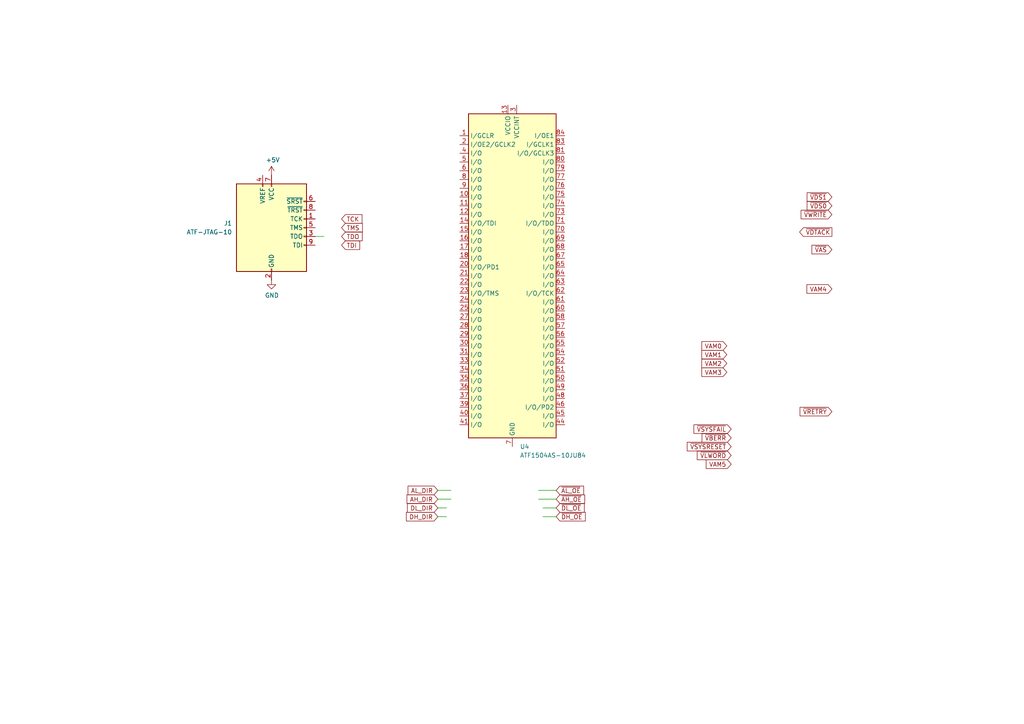
<source format=kicad_sch>
(kicad_sch (version 20230121) (generator eeschema)
  (paper "A4")
  (title_block (title "IVC-k30") (rev "1"))
  (lib_symbols
    (symbol "Computie_CPLDs:ATF1504AS-10JU84"
      (property "Reference" "U" (at -12.7 48.26 0))
      (property "Value" "ATF1504AS-10JU84" (at 22.86 48.26 0))
      (symbol "ATF1504AS-10JU84_0_1"
        (rectangle (start -12.7 46.99) (end 12.7 -46.99) (stroke (width 0.254)) (fill (type background)))
      )
      (symbol "ATF1504AS-10JU84_1_1"
        (pin input line (at -15.24 40.64 0) (length 2.54) (name "I/GCLR") (number "1"))
        (pin bidirectional line (at -15.24 22.86 0) (length 2.54) (name "I/O") (number "10"))
        (pin bidirectional line (at -15.24 20.32 0) (length 2.54) (name "I/O") (number "11"))
        (pin bidirectional line (at -15.24 17.78 0) (length 2.54) (name "I/O") (number "12"))
        (pin power_in line (at -1.27 49.53 270) (length 2.54) (name "VCCIO") (number "13"))
        (pin bidirectional line (at -15.24 15.24 0) (length 2.54) (name "I/O/TDI") (number "14"))
        (pin bidirectional line (at -15.24 12.7 0) (length 2.54) (name "I/O") (number "15"))
        (pin bidirectional line (at -15.24 10.16 0) (length 2.54) (name "I/O") (number "16"))
        (pin bidirectional line (at -15.24 7.62 0) (length 2.54) (name "I/O") (number "17"))
        (pin bidirectional line (at -15.24 5.08 0) (length 2.54) (name "I/O") (number "18"))
        (pin passive line (at 0 -49.53 90) (length 2.54) hide (name "GND") (number "19"))
        (pin input line (at -15.24 38.1 0) (length 2.54) (name "I/OE2/GCLK2") (number "2"))
        (pin bidirectional line (at -15.24 2.54 0) (length 2.54) (name "I/O/PD1") (number "20"))
        (pin bidirectional line (at -15.24 0 0) (length 2.54) (name "I/O") (number "21"))
        (pin bidirectional line (at -15.24 -2.54 0) (length 2.54) (name "I/O") (number "22"))
        (pin bidirectional line (at -15.24 -5.08 0) (length 2.54) (name "I/O/TMS") (number "23"))
        (pin bidirectional line (at -15.24 -7.62 0) (length 2.54) (name "I/O") (number "24"))
        (pin bidirectional line (at -15.24 -10.16 0) (length 2.54) (name "I/O") (number "25"))
        (pin passive line (at -1.27 49.53 270) (length 2.54) hide (name "VCCIO") (number "26"))
        (pin bidirectional line (at -15.24 -12.7 0) (length 2.54) (name "I/O") (number "27"))
        (pin bidirectional line (at -15.24 -15.24 0) (length 2.54) (name "I/O") (number "28"))
        (pin bidirectional line (at -15.24 -17.78 0) (length 2.54) (name "I/O") (number "29"))
        (pin power_in line (at 1.27 49.53 270) (length 2.54) (name "VCCINT") (number "3"))
        (pin bidirectional line (at -15.24 -20.32 0) (length 2.54) (name "I/O") (number "30"))
        (pin bidirectional line (at -15.24 -22.86 0) (length 2.54) (name "I/O") (number "31"))
        (pin passive line (at 0 -49.53 90) (length 2.54) hide (name "GND") (number "32"))
        (pin bidirectional line (at -15.24 -25.4 0) (length 2.54) (name "I/O") (number "33"))
        (pin bidirectional line (at -15.24 -27.94 0) (length 2.54) (name "I/O") (number "34"))
        (pin bidirectional line (at -15.24 -30.48 0) (length 2.54) (name "I/O") (number "35"))
        (pin bidirectional line (at -15.24 -33.02 0) (length 2.54) (name "I/O") (number "36"))
        (pin bidirectional line (at -15.24 -35.56 0) (length 2.54) (name "I/O") (number "37"))
        (pin passive line (at -1.27 49.53 270) (length 2.54) hide (name "VCCIO") (number "38"))
        (pin bidirectional line (at -15.24 -38.1 0) (length 2.54) (name "I/O") (number "39"))
        (pin bidirectional line (at -15.24 35.56 0) (length 2.54) (name "I/O") (number "4"))
        (pin bidirectional line (at -15.24 -40.64 0) (length 2.54) (name "I/O") (number "40"))
        (pin bidirectional line (at -15.24 -43.18 0) (length 2.54) (name "I/O") (number "41"))
        (pin passive line (at 0 -49.53 90) (length 2.54) hide (name "GND") (number "42"))
        (pin passive line (at 1.27 49.53 270) (length 2.54) hide (name "VCCINT") (number "43"))
        (pin bidirectional line (at 15.24 -43.18 180) (length 2.54) (name "I/O") (number "44"))
        (pin bidirectional line (at 15.24 -40.64 180) (length 2.54) (name "I/O") (number "45"))
        (pin bidirectional line (at 15.24 -38.1 180) (length 2.54) (name "I/O/PD2") (number "46"))
        (pin passive line (at 0 -49.53 90) (length 2.54) hide (name "GND") (number "47"))
        (pin bidirectional line (at 15.24 -35.56 180) (length 2.54) (name "I/O") (number "48"))
        (pin bidirectional line (at 15.24 -33.02 180) (length 2.54) (name "I/O") (number "49"))
        (pin bidirectional line (at -15.24 33.02 0) (length 2.54) (name "I/O") (number "5"))
        (pin bidirectional line (at 15.24 -30.48 180) (length 2.54) (name "I/O") (number "50"))
        (pin bidirectional line (at 15.24 -27.94 180) (length 2.54) (name "I/O") (number "51"))
        (pin bidirectional line (at 15.24 -25.4 180) (length 2.54) (name "I/O") (number "52"))
        (pin passive line (at -1.27 49.53 270) (length 2.54) hide (name "VCCIO") (number "53"))
        (pin bidirectional line (at 15.24 -22.86 180) (length 2.54) (name "I/O") (number "54"))
        (pin bidirectional line (at 15.24 -20.32 180) (length 2.54) (name "I/O") (number "55"))
        (pin bidirectional line (at 15.24 -17.78 180) (length 2.54) (name "I/O") (number "56"))
        (pin bidirectional line (at 15.24 -15.24 180) (length 2.54) (name "I/O") (number "57"))
        (pin bidirectional line (at 15.24 -12.7 180) (length 2.54) (name "I/O") (number "58"))
        (pin passive line (at 0 -49.53 90) (length 2.54) hide (name "GND") (number "59"))
        (pin bidirectional line (at -15.24 30.48 0) (length 2.54) (name "I/O") (number "6"))
        (pin bidirectional line (at 15.24 -10.16 180) (length 2.54) (name "I/O") (number "60"))
        (pin bidirectional line (at 15.24 -7.62 180) (length 2.54) (name "I/O") (number "61"))
        (pin bidirectional line (at 15.24 -5.08 180) (length 2.54) (name "I/O/TCK") (number "62"))
        (pin bidirectional line (at 15.24 -2.54 180) (length 2.54) (name "I/O") (number "63"))
        (pin bidirectional line (at 15.24 0 180) (length 2.54) (name "I/O") (number "64"))
        (pin bidirectional line (at 15.24 2.54 180) (length 2.54) (name "I/O") (number "65"))
        (pin passive line (at -1.27 49.53 270) (length 2.54) hide (name "VCCIO") (number "66"))
        (pin bidirectional line (at 15.24 5.08 180) (length 2.54) (name "I/O") (number "67"))
        (pin bidirectional line (at 15.24 7.62 180) (length 2.54) (name "I/O") (number "68"))
        (pin bidirectional line (at 15.24 10.16 180) (length 2.54) (name "I/O") (number "69"))
        (pin power_in line (at 0 -49.53 90) (length 2.54) (name "GND") (number "7"))
        (pin bidirectional line (at 15.24 12.7 180) (length 2.54) (name "I/O") (number "70"))
        (pin bidirectional line (at 15.24 15.24 180) (length 2.54) (name "I/O/TDO") (number "71"))
        (pin passive line (at 0 -49.53 90) (length 2.54) hide (name "GND") (number "72"))
        (pin bidirectional line (at 15.24 17.78 180) (length 2.54) (name "I/O") (number "73"))
        (pin bidirectional line (at 15.24 20.32 180) (length 2.54) (name "I/O") (number "74"))
        (pin bidirectional line (at 15.24 22.86 180) (length 2.54) (name "I/O") (number "75"))
        (pin bidirectional line (at 15.24 25.4 180) (length 2.54) (name "I/O") (number "76"))
        (pin bidirectional line (at 15.24 27.94 180) (length 2.54) (name "I/O") (number "77"))
        (pin passive line (at -1.27 49.53 270) (length 2.54) hide (name "VCCIO") (number "78"))
        (pin bidirectional line (at 15.24 30.48 180) (length 2.54) (name "I/O") (number "79"))
        (pin bidirectional line (at -15.24 27.94 0) (length 2.54) (name "I/O") (number "8"))
        (pin bidirectional line (at 15.24 33.02 180) (length 2.54) (name "I/O") (number "80"))
        (pin bidirectional line (at 15.24 35.56 180) (length 2.54) (name "I/O/GCLK3") (number "81"))
        (pin passive line (at 0 -49.53 90) (length 2.54) hide (name "GND") (number "82"))
        (pin input line (at 15.24 38.1 180) (length 2.54) (name "I/GCLK1") (number "83"))
        (pin input line (at 15.24 40.64 180) (length 2.54) (name "I/OE1") (number "84"))
        (pin bidirectional line (at -15.24 25.4 0) (length 2.54) (name "I/O") (number "9"))
      )
    )
    (symbol "Connector:AVR-JTAG-10" (pin_names (offset 1.016))
      (property "Reference" "J" (at -8.89 13.97 0))
      (property "Value" "AVR-JTAG-10" (at 1.27 13.97 0))
      (symbol "AVR-JTAG-10_0_1"
        (rectangle (start -2.667 12.7) (end -2.413 11.938))
        (rectangle (start -0.127 -11.938) (end 0.127 -12.7))
        (rectangle (start -0.127 12.7) (end 0.127 11.938))
        (rectangle (start 10.16 -4.953) (end 9.398 -5.207))
        (rectangle (start 10.16 -2.413) (end 9.398 -2.667))
        (rectangle (start 10.16 0.127) (end 9.398 -0.127))
        (rectangle (start 10.16 2.667) (end 9.398 2.413))
        (rectangle (start 10.16 5.207) (end 9.398 4.953))
        (rectangle (start 10.16 7.747) (end 9.398 7.493))
        (rectangle (start 10.16 12.7) (end -10.16 -12.7) (stroke (width 0.254)) (fill (type background)))
      )
      (symbol "AVR-JTAG-10_1_1"
        (pin passive line (at 12.7 2.54 180) (length 2.54) (name "TCK") (number "1"))
        (pin passive line (at 0 -15.24 90) (length 2.54) hide (name "GND") (number "10"))
        (pin passive line (at 0 -15.24 90) (length 2.54) (name "GND") (number "2"))
        (pin passive line (at 12.7 -2.54 180) (length 2.54) (name "TDO") (number "3"))
        (pin passive line (at -2.54 15.24 270) (length 2.54) (name "VREF") (number "4"))
        (pin passive line (at 12.7 0 180) (length 2.54) (name "TMS") (number "5"))
        (pin passive line (at 12.7 7.62 180) (length 2.54) (name "~{SRST}") (number "6"))
        (pin passive line (at 0 15.24 270) (length 2.54) (name "VCC") (number "7"))
        (pin passive line (at 12.7 5.08 180) (length 2.54) (name "~{TRST}") (number "8"))
        (pin passive line (at 12.7 -5.08 180) (length 2.54) (name "TDI") (number "9"))
      )
    )
    (symbol "power:+5V" (power) (pin_names (offset 0))
      (property "Value" "+5V" (at 0 3.556 0))
      (symbol "+5V_0_1"
        (polyline (pts (xy -0.762 1.27) (xy 0 2.54)))
        (polyline (pts (xy 0 0) (xy 0 2.54)))
        (polyline (pts (xy 0 2.54) (xy 0.762 1.27)))
      )
      (symbol "+5V_1_1"
        (pin power_in line (at 0 0 90) (length 0) hide (name "+5V") (number "1"))
      )
    )
    (symbol "power:GND" (power) (pin_names (offset 0))
      (property "Value" "GND" (at 0 -3.81 0))
      (symbol "GND_0_1"
        (polyline (pts (xy 0 0) (xy 0 -1.27) (xy 1.27 -1.27) (xy 0 -2.54) (xy -1.27 -1.27) (xy 0 -1.27)))
      )
      (symbol "GND_1_1"
        (pin power_in line (at 0 0 270) (length 0) hide (name "GND") (number "1"))
      )
    )
  )
  (wire (pts (xy 127 142.24) (xy 130.81 142.24)))
  (wire (pts (xy 156.21 142.24) (xy 161.29 142.24)))
  (wire (pts (xy 156.21 144.78) (xy 161.29 144.78)))
  (wire (pts (xy 91.44 68.58) (xy 93.98 68.58)))
  (wire (pts (xy 127 147.32) (xy 129.54 147.32)))
  (wire (pts (xy 127 149.86) (xy 129.54 149.86)))
  (wire (pts (xy 157.48 147.32) (xy 161.29 147.32)))
  (wire (pts (xy 127 144.78) (xy 130.81 144.78)))
  (wire (pts (xy 157.48 149.86) (xy 161.29 149.86)))
  (global_label "TCK" (shape input) (at 99.06 63.5 0) (property "Intersheetrefs" "${INTERSHEET_REFS}" (effects hide)))
  (global_label "DH_DIR" (shape input) (at 127 149.86 180) (property "Intersheetrefs" "${INTERSHEET_REFS}" (effects hide)))
  (global_label "~{VWRITE}" (shape input) (at 241.3 62.23 180) (property "Intersheetrefs" "${INTERSHEET_REFS}" (effects hide)))
  (global_label "~{DH_OE}" (shape input) (at 161.29 149.86 0) (property "Intersheetrefs" "${INTERSHEET_REFS}" (effects hide)))
  (global_label "~{VSYSRESET}" (shape input) (at 212.09 129.54 180) (property "Intersheetrefs" "${INTERSHEET_REFS}" (effects hide)))
  (global_label "TDI" (shape input) (at 99.06 71.12 0) (property "Intersheetrefs" "${INTERSHEET_REFS}" (effects hide)))
  (global_label "~{VDS1}" (shape input) (at 241.3 57.15 180) (property "Intersheetrefs" "${INTERSHEET_REFS}" (effects hide)))
  (global_label "VAM0" (shape input) (at 210.82 100.33 180) (property "Intersheetrefs" "${INTERSHEET_REFS}" (effects hide)))
  (global_label "~{VSYSFAIL}" (shape input) (at 212.09 124.46 180) (property "Intersheetrefs" "${INTERSHEET_REFS}" (effects hide)))
  (global_label "VAM5" (shape input) (at 212.09 134.62 180) (property "Intersheetrefs" "${INTERSHEET_REFS}" (effects hide)))
  (global_label "~{AH_OE}" (shape input) (at 161.29 144.78 0) (property "Intersheetrefs" "${INTERSHEET_REFS}" (effects hide)))
  (global_label "~{DL_OE}" (shape input) (at 161.29 147.32 0) (property "Intersheetrefs" "${INTERSHEET_REFS}" (effects hide)))
  (global_label "~{VAS}" (shape input) (at 241.3 72.39 180) (property "Intersheetrefs" "${INTERSHEET_REFS}" (effects hide)))
  (global_label "TDO" (shape input) (at 99.06 68.58 0) (property "Intersheetrefs" "${INTERSHEET_REFS}" (effects hide)))
  (global_label "~{VLWORD}" (shape input) (at 212.09 132.08 180) (property "Intersheetrefs" "${INTERSHEET_REFS}" (effects hide)))
  (global_label "~{VDS0}" (shape input) (at 241.3 59.69 180) (property "Intersheetrefs" "${INTERSHEET_REFS}" (effects hide)))
  (global_label "~{VDTACK}" (shape output) (at 241.3 67.31 180) (property "Intersheetrefs" "${INTERSHEET_REFS}" (effects hide)))
  (global_label "~{VBERR}" (shape input) (at 212.09 127 180) (property "Intersheetrefs" "${INTERSHEET_REFS}" (effects hide)))
  (global_label "VAM1" (shape input) (at 210.82 102.87 180) (property "Intersheetrefs" "${INTERSHEET_REFS}" (effects hide)))
  (global_label "VAM4" (shape input) (at 241.3 83.82 180) (property "Intersheetrefs" "${INTERSHEET_REFS}" (effects hide)))
  (global_label "DL_DIR" (shape input) (at 127 147.32 180) (property "Intersheetrefs" "${INTERSHEET_REFS}" (effects hide)))
  (global_label "AH_DIR" (shape input) (at 127 144.78 180) (property "Intersheetrefs" "${INTERSHEET_REFS}" (effects hide)))
  (global_label "~{VRETRY}" (shape input) (at 241.3 119.38 180) (property "Intersheetrefs" "${INTERSHEET_REFS}" (effects hide)))
  (global_label "~{AL_OE}" (shape input) (at 161.29 142.24 0) (property "Intersheetrefs" "${INTERSHEET_REFS}" (effects hide)))
  (global_label "VAM2" (shape input) (at 210.82 105.41 180) (property "Intersheetrefs" "${INTERSHEET_REFS}" (effects hide)))
  (global_label "AL_DIR" (shape input) (at 127 142.24 180) (property "Intersheetrefs" "${INTERSHEET_REFS}" (effects hide)))
  (global_label "VAM3" (shape input) (at 210.82 107.95 180) (property "Intersheetrefs" "${INTERSHEET_REFS}" (effects hide)))
  (global_label "TMS" (shape input) (at 99.06 66.04 0) (property "Intersheetrefs" "${INTERSHEET_REFS}" (effects hide)))
  (symbol (lib_id "power:+5V") (at 78.74 50.8 0) (unit 1)
    (property "Reference" "#PWR010" (effects hide))
    (property "Value" "+5V" (at 79.121 46.4058 0))
    (instances (project "IVC-k30" (path "" (reference "#PWR010") (unit 1))) (project "Z280-SBC" (path "" (reference "#PWR038") (unit 1))))
  )
  (symbol (lib_id "Connector:AVR-JTAG-10") (at 78.74 66.04 0) (unit 1)
    (property "Reference" "J1" (at 67.31 64.7699 0) (effects (justify right)))
    (property "Value" "ATF-JTAG-10" (at 67.31 67.3099 0) (effects (justify right)))
    (property "Footprint" "Connector_PinHeader_2.54mm:PinHeader_2x05_P2.54mm_Vertical" (effects hide))
    (property "Datasheet" " ~" (effects hide))
    (instances (project "IVC-k30" (path "" (reference "J1") (unit 1))) (project "Z280-SBC" (path "" (reference "J4") (unit 1))))
  )
  (symbol (lib_id "Computie_CPLDs:ATF1504AS-10JU84") (at 148.59 80.01 0) (unit 1)
    (property "Reference" "U4" (at 150.7841 129.54 0) (effects (justify left)))
    (property "Value" "ATF1504AS-10JU84" (at 150.7841 132.08 0) (effects (justify left)))
    (property "Datasheet" "http://ww1.microchip.com/downloads/en/DeviceDoc/Atmel-0950-CPLD-ATF1504AS(L)-Datasheet.pdf" (effects hide))
  )
  (symbol (lib_id "power:GND") (at 78.74 81.28 0) (unit 1)
    (property "Reference" "#PWR011" (effects hide))
    (property "Value" "GND" (at 78.867 85.6742 0))
    (instances (project "IVC-k30" (path "" (reference "#PWR011") (unit 1))) (project "Z280-SBC" (path "" (reference "#PWR039") (unit 1))))
  )
)
</source>
